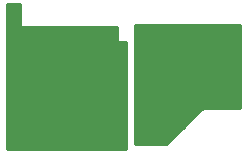
<source format=gbp>
G75*
%MOIN*%
%OFA0B0*%
%FSLAX25Y25*%
%IPPOS*%
%LPD*%
%AMOC8*
5,1,8,0,0,1.08239X$1,22.5*
%
%ADD10C,0.01600*%
D10*
X0047000Y0061500D02*
X0050000Y0061500D01*
X0050000Y0026500D01*
X0011000Y0026500D01*
X0011000Y0074000D01*
X0014500Y0074000D01*
X0014500Y0066500D01*
X0047000Y0066500D01*
X0047000Y0061500D01*
X0050000Y0027175D02*
X0011000Y0027175D01*
X0011000Y0028773D02*
X0050000Y0028773D01*
X0050000Y0030372D02*
X0011000Y0030372D01*
X0011000Y0031970D02*
X0050000Y0031970D01*
X0050000Y0033569D02*
X0011000Y0033569D01*
X0011000Y0035167D02*
X0050000Y0035167D01*
X0050000Y0036766D02*
X0011000Y0036766D01*
X0011000Y0038364D02*
X0050000Y0038364D01*
X0050000Y0039963D02*
X0011000Y0039963D01*
X0011000Y0041561D02*
X0050000Y0041561D01*
X0050000Y0043160D02*
X0011000Y0043160D01*
X0011000Y0044758D02*
X0050000Y0044758D01*
X0050000Y0046357D02*
X0011000Y0046357D01*
X0011000Y0047955D02*
X0050000Y0047955D01*
X0050000Y0049554D02*
X0011000Y0049554D01*
X0011000Y0051152D02*
X0050000Y0051152D01*
X0050000Y0052751D02*
X0011000Y0052751D01*
X0011000Y0054349D02*
X0050000Y0054349D01*
X0050000Y0055948D02*
X0011000Y0055948D01*
X0011000Y0057546D02*
X0050000Y0057546D01*
X0050000Y0059145D02*
X0011000Y0059145D01*
X0011000Y0060743D02*
X0050000Y0060743D01*
X0047000Y0062342D02*
X0011000Y0062342D01*
X0011000Y0063940D02*
X0047000Y0063940D01*
X0047000Y0065539D02*
X0011000Y0065539D01*
X0011000Y0067137D02*
X0014500Y0067137D01*
X0014500Y0068736D02*
X0011000Y0068736D01*
X0011000Y0070334D02*
X0014500Y0070334D01*
X0014500Y0071933D02*
X0011000Y0071933D01*
X0011000Y0073532D02*
X0014500Y0073532D01*
X0053500Y0067000D02*
X0053500Y0028000D01*
X0063500Y0028000D01*
X0071500Y0036000D01*
X0075500Y0040000D01*
X0088000Y0040000D01*
X0088000Y0067000D01*
X0054000Y0067000D01*
X0053500Y0067000D01*
X0053500Y0028773D02*
X0064273Y0028773D01*
X0065872Y0030372D02*
X0053500Y0030372D01*
X0053500Y0031970D02*
X0067470Y0031970D01*
X0069069Y0033569D02*
X0053500Y0033569D01*
X0053500Y0035167D02*
X0070667Y0035167D01*
X0072266Y0036766D02*
X0053500Y0036766D01*
X0053500Y0038364D02*
X0073864Y0038364D01*
X0075463Y0039963D02*
X0053500Y0039963D01*
X0053500Y0041561D02*
X0088000Y0041561D01*
X0088000Y0043160D02*
X0053500Y0043160D01*
X0053500Y0044758D02*
X0088000Y0044758D01*
X0088000Y0046357D02*
X0053500Y0046357D01*
X0053500Y0047955D02*
X0088000Y0047955D01*
X0088000Y0049554D02*
X0053500Y0049554D01*
X0053500Y0051152D02*
X0088000Y0051152D01*
X0088000Y0052751D02*
X0053500Y0052751D01*
X0053500Y0054349D02*
X0088000Y0054349D01*
X0088000Y0055948D02*
X0053500Y0055948D01*
X0053500Y0057546D02*
X0088000Y0057546D01*
X0088000Y0059145D02*
X0053500Y0059145D01*
X0053500Y0060743D02*
X0088000Y0060743D01*
X0088000Y0062342D02*
X0053500Y0062342D01*
X0053500Y0063940D02*
X0088000Y0063940D01*
X0088000Y0065539D02*
X0053500Y0065539D01*
M02*

</source>
